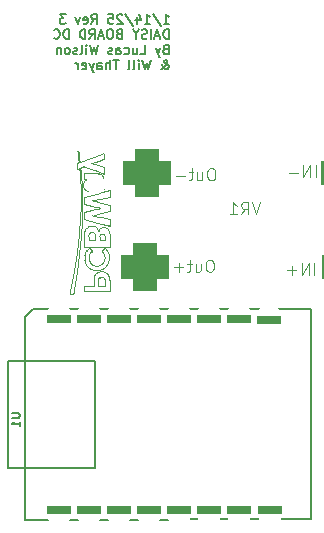
<source format=gbr>
%TF.GenerationSoftware,KiCad,Pcbnew,8.0.4*%
%TF.CreationDate,2025-04-14T17:42:23-04:00*%
%TF.ProjectId,Daisy_Board_Stepper,44616973-795f-4426-9f61-72645f537465,rev?*%
%TF.SameCoordinates,Original*%
%TF.FileFunction,Legend,Bot*%
%TF.FilePolarity,Positive*%
%FSLAX46Y46*%
G04 Gerber Fmt 4.6, Leading zero omitted, Abs format (unit mm)*
G04 Created by KiCad (PCBNEW 8.0.4) date 2025-04-14 17:42:23*
%MOMM*%
%LPD*%
G01*
G04 APERTURE LIST*
G04 Aperture macros list*
%AMRoundRect*
0 Rectangle with rounded corners*
0 $1 Rounding radius*
0 $2 $3 $4 $5 $6 $7 $8 $9 X,Y pos of 4 corners*
0 Add a 4 corners polygon primitive as box body*
4,1,4,$2,$3,$4,$5,$6,$7,$8,$9,$2,$3,0*
0 Add four circle primitives for the rounded corners*
1,1,$1+$1,$2,$3*
1,1,$1+$1,$4,$5*
1,1,$1+$1,$6,$7*
1,1,$1+$1,$8,$9*
0 Add four rect primitives between the rounded corners*
20,1,$1+$1,$2,$3,$4,$5,0*
20,1,$1+$1,$4,$5,$6,$7,0*
20,1,$1+$1,$6,$7,$8,$9,0*
20,1,$1+$1,$8,$9,$2,$3,0*%
%AMRotRect*
0 Rectangle, with rotation*
0 The origin of the aperture is its center*
0 $1 length*
0 $2 width*
0 $3 Rotation angle, in degrees counterclockwise*
0 Add horizontal line*
21,1,$1,$2,0,0,$3*%
G04 Aperture macros list end*
%ADD10C,0.100000*%
%ADD11C,0.175000*%
%ADD12C,0.150000*%
%ADD13C,0.127000*%
%ADD14C,1.400000*%
%ADD15R,3.500000X3.500000*%
%ADD16C,3.500000*%
%ADD17R,1.700000X1.700000*%
%ADD18O,1.700000X1.700000*%
%ADD19C,3.600000*%
%ADD20R,1.750000X1.750000*%
%ADD21C,1.750000*%
%ADD22RotRect,1.600000X1.600000X135.000000*%
%ADD23C,1.600000*%
%ADD24RoundRect,1.000000X1.000000X1.000000X-1.000000X1.000000X-1.000000X-1.000000X1.000000X-1.000000X0*%
%ADD25RoundRect,1.000000X-0.000010X0.375000X-0.000010X-0.375000X0.000010X-0.375000X0.000010X0.375000X0*%
G04 APERTURE END LIST*
D10*
X84408884Y-77613086D02*
X84408144Y-77543130D01*
X83740404Y-74119563D02*
X83464663Y-74062490D01*
X82320998Y-71079145D02*
G75*
G02*
X82358113Y-71021013I597802J-340755D01*
G01*
X81427992Y-80298806D02*
X81449861Y-80179650D01*
X82884544Y-69056389D02*
X81914386Y-69414148D01*
X82134917Y-69876039D02*
X82242271Y-69834944D01*
X84117678Y-76790800D02*
X84046665Y-76710954D01*
X81449861Y-80179650D02*
X81687586Y-78727408D01*
X82836688Y-78011278D02*
G75*
G02*
X82772066Y-77905884I528212J396378D01*
G01*
X82279077Y-80164410D02*
X82279077Y-80377770D01*
X81075113Y-80609752D02*
G75*
G02*
X81073591Y-80605071I3887J3852D01*
G01*
X81933120Y-70868010D02*
X81973568Y-71617178D01*
X83833289Y-75539225D02*
G75*
G02*
X83905960Y-75548839I911J-272575D01*
G01*
X83495796Y-79349118D02*
G75*
G02*
X83531911Y-79288777I285304J-129782D01*
G01*
X82344372Y-77345169D02*
X82338826Y-77399527D01*
X81749236Y-68706855D02*
X81781752Y-69099675D01*
X83774948Y-72001561D02*
X83361117Y-72106108D01*
X81787802Y-69460776D02*
X81765996Y-69469241D01*
X83460143Y-79694510D02*
X83465018Y-79524764D01*
X82284156Y-74285068D02*
X83361117Y-74557636D01*
X83033157Y-72689915D02*
X83221036Y-72648875D01*
X84430070Y-79499995D02*
X84422473Y-79360101D01*
X84440622Y-71834632D02*
G75*
G02*
X84450777Y-71833343I10678J-43468D01*
G01*
X84346259Y-72406241D02*
X84394897Y-72395556D01*
X83361117Y-74557636D02*
X83774959Y-74662147D01*
X82824235Y-75428063D02*
G75*
G02*
X82929316Y-75401791I127265J-285737D01*
G01*
X83221036Y-72648875D02*
X83432728Y-72602904D01*
X82653397Y-70970489D02*
G75*
G02*
X82670890Y-70944260I216303J-125311D01*
G01*
X83423887Y-73282421D02*
X83617779Y-73334192D01*
X83597933Y-70424344D02*
G75*
G02*
X83681890Y-70457908I-99533J-370756D01*
G01*
X83693823Y-70326180D02*
X83918439Y-70410259D01*
X82927654Y-71919596D02*
G75*
G02*
X82849033Y-71934299I-117454J410496D01*
G01*
X81372669Y-80550446D02*
G75*
G02*
X81364783Y-80554830I-10969J10446D01*
G01*
X83924738Y-70245389D02*
X83924997Y-70142508D01*
X82384307Y-75160363D02*
X82352230Y-75228067D01*
X81828575Y-75537069D02*
X81659439Y-77052332D01*
X82896702Y-70400650D02*
X82279077Y-70400650D01*
X83423920Y-73389722D02*
X83208293Y-73444964D01*
X81098842Y-80458434D02*
X81085116Y-80536363D01*
X81085116Y-80536363D02*
X81073617Y-80605075D01*
X84064465Y-75879430D02*
X84069665Y-76039450D01*
X83236611Y-78969614D02*
G75*
G02*
X83335051Y-78868467I464289J-353386D01*
G01*
X83593449Y-78746900D02*
G75*
G02*
X83692391Y-78733422I132151J-600200D01*
G01*
X84052356Y-78778198D02*
X84043849Y-78775052D01*
X83183301Y-75535823D02*
X83218877Y-75605564D01*
X83737970Y-75025046D02*
G75*
G02*
X83831517Y-74994003I180530J-387554D01*
G01*
X82594109Y-71102529D02*
G75*
G02*
X82601969Y-71073198I177591J-31871D01*
G01*
X84057324Y-75755142D02*
X84061610Y-75815350D01*
X83599877Y-75887431D02*
X83600685Y-75804178D01*
X83222428Y-75822507D02*
X83225978Y-76039450D01*
X84455606Y-75606512D02*
X84447685Y-75502158D01*
X82118615Y-73152598D02*
X82116225Y-72525783D01*
X84125498Y-74750167D02*
X84440602Y-74828986D01*
X83361930Y-70903570D02*
X83406857Y-70906537D01*
X83996245Y-77285071D02*
G75*
G02*
X84036368Y-77422915I-639245J-260829D01*
G01*
X84400446Y-77376903D02*
X84394979Y-77335775D01*
X83907217Y-68678209D02*
G75*
G02*
X83917420Y-68683301I2783J-7191D01*
G01*
X83205525Y-69425608D02*
X83521323Y-69325089D01*
X83501281Y-71769709D02*
G75*
G02*
X83506403Y-71747844I149519J-23491D01*
G01*
X83759730Y-79951049D02*
X83455609Y-79951049D01*
X83610016Y-71233417D02*
G75*
G02*
X83608169Y-71372795I-891816J-57883D01*
G01*
X83770346Y-76953572D02*
X83820818Y-77012212D01*
X82707737Y-77738673D02*
G75*
G02*
X82695493Y-77660427I513763J120473D01*
G01*
X84077019Y-79928648D02*
G75*
G02*
X84070611Y-79944264I-21619J-252D01*
G01*
X83502181Y-70408114D02*
G75*
G02*
X83597932Y-70424349I-37881J-513886D01*
G01*
X82919157Y-74876382D02*
X82690558Y-74876130D01*
X84202004Y-75041133D02*
G75*
G02*
X84273718Y-75093873I-157704J-289567D01*
G01*
X83807821Y-70557797D02*
G75*
G02*
X83842272Y-70604100I-436721J-360903D01*
G01*
X82107443Y-72132930D02*
X82087084Y-71661710D01*
X83525974Y-71685815D02*
X83514420Y-71721021D01*
X83977394Y-76737115D02*
X83935960Y-76778090D01*
X83595739Y-71458223D02*
G75*
G02*
X83573150Y-71548168I-940639J188423D01*
G01*
X83468442Y-75263271D02*
X83462818Y-75247687D01*
X81673718Y-70054945D02*
G75*
G02*
X81671924Y-70055203I-2118J8345D01*
G01*
X82694721Y-77640653D02*
X82691721Y-77563450D01*
X83731488Y-70488214D02*
G75*
G02*
X83772158Y-70520359I-206988J-303686D01*
G01*
X82906502Y-69522068D02*
X83205525Y-69425608D01*
X81740542Y-69478860D02*
X81674558Y-69503532D01*
X84077046Y-79928648D02*
X84077019Y-79928648D01*
X83599975Y-71124928D02*
G75*
G02*
X83608617Y-71194745I-590775J-108572D01*
G01*
X83464663Y-74062490D02*
X83231477Y-74013418D01*
X82952155Y-73509610D02*
X82284157Y-73677250D01*
X83539392Y-78239865D02*
G75*
G02*
X83450794Y-78253225I-111092J436265D01*
G01*
X82348294Y-77818618D02*
G75*
G02*
X82338585Y-77730635I467506J96118D01*
G01*
X83218877Y-75605564D02*
X83222428Y-75822507D01*
X84461957Y-74693380D02*
X84461098Y-74548823D01*
X82429573Y-70932697D02*
X82416305Y-70949111D01*
X83580656Y-79240085D02*
G75*
G02*
X83614651Y-79214664I160144J-178715D01*
G01*
X83936076Y-70827509D02*
G75*
G02*
X83963846Y-71047743I-1064476J-246091D01*
G01*
X81392281Y-80494030D02*
X81408632Y-80404533D01*
X84461631Y-75810258D02*
X84455606Y-75606512D01*
X83225243Y-73907787D02*
X83458499Y-73847764D01*
X83897910Y-70708273D02*
G75*
G02*
X83936083Y-70827507I-700610J-290027D01*
G01*
X83548147Y-79269945D02*
X83569873Y-79249100D01*
X83700223Y-75575396D02*
G75*
G02*
X83760527Y-75548549I109277J-164304D01*
G01*
X82335681Y-77578690D02*
X82336939Y-77700365D01*
X83970576Y-71310605D02*
X83971216Y-71233548D01*
X84458397Y-73048321D02*
X83747197Y-72879508D01*
X83161681Y-79094520D02*
G75*
G02*
X83236608Y-78969612I600319J-275180D01*
G01*
X84407964Y-77728620D02*
X84408737Y-77676162D01*
X84121183Y-78808916D02*
G75*
G02*
X84144977Y-78822189I-126083J-253984D01*
G01*
X82440354Y-70918589D02*
X82429573Y-70932697D01*
X84013431Y-77808473D02*
G75*
G02*
X83981087Y-77883491I-740231J274673D01*
G01*
X83694894Y-71802730D02*
X83893734Y-71802730D01*
X83462818Y-75247687D02*
X83457334Y-75229156D01*
X83050094Y-70941670D02*
X83048882Y-70960472D01*
X83514420Y-71721021D02*
X83506403Y-71747844D01*
X82338580Y-77730635D02*
X82340498Y-77766010D01*
X82279077Y-80377770D02*
X83356037Y-80377770D01*
X83609708Y-75716237D02*
G75*
G02*
X83620228Y-75681025I265892J-60263D01*
G01*
X83922867Y-70409485D02*
X83923937Y-70331996D01*
X83416943Y-69704572D02*
X83221832Y-69639014D01*
X83677231Y-78188693D02*
G75*
G02*
X83539393Y-78239867I-309231J621693D01*
G01*
X83151767Y-70122710D02*
X83445743Y-70233178D01*
X83531908Y-79288775D02*
G75*
G02*
X83548150Y-79269948I164992J-125925D01*
G01*
X84260873Y-78920604D02*
G75*
G02*
X84315071Y-78982186I-663973J-638996D01*
G01*
X82116225Y-72525783D02*
X82107443Y-72132930D01*
X81743409Y-68606378D02*
X81749236Y-68706855D01*
X83096147Y-71827754D02*
G75*
G02*
X83015838Y-71883317I-307447J358554D01*
G01*
X82707521Y-76710010D02*
G75*
G02*
X82714254Y-76712583I79J-9890D01*
G01*
X82849034Y-71934306D02*
G75*
G02*
X82749670Y-71938446I-91534J1002306D01*
G01*
X82284157Y-72682076D02*
X82284157Y-72985388D01*
X83922867Y-70409485D02*
G75*
G02*
X83921387Y-70410790I-1567J285D01*
G01*
X81408632Y-80404533D02*
X81427992Y-80298806D01*
X82349105Y-77822039D02*
X82363497Y-77882765D01*
X82270531Y-75797588D02*
X82268918Y-76111647D01*
X81081923Y-80611989D02*
G75*
G02*
X81075128Y-80609738I-1223J7689D01*
G01*
X81959031Y-69944339D02*
X82134917Y-69876039D01*
X82749670Y-71938442D02*
G75*
G02*
X82651316Y-71932793I7930J997042D01*
G01*
X83969182Y-75577539D02*
G75*
G02*
X84017631Y-75622905I-109282J-165261D01*
G01*
X84463477Y-72380221D02*
X84463477Y-72106716D01*
X83772159Y-70520358D02*
G75*
G02*
X83807823Y-70557796I-247359J-271342D01*
G01*
X82289356Y-71141693D02*
G75*
G02*
X82320998Y-71079145I648744J-288907D01*
G01*
X83501281Y-71769709D02*
X83496054Y-71802730D01*
X84067722Y-79557511D02*
X84074038Y-79692098D01*
X83480250Y-75275651D02*
G75*
G02*
X83476738Y-75277469I-3650J2751D01*
G01*
X83089226Y-79951049D02*
X82684152Y-79951050D01*
X82904448Y-69527747D02*
G75*
G02*
X82906512Y-69522102I3152J2047D01*
G01*
X83033132Y-72708749D02*
G75*
G02*
X83020799Y-72704958I24468J101549D01*
G01*
X83834772Y-76039450D02*
X83599876Y-76039450D01*
X83015841Y-71883322D02*
G75*
G02*
X82927657Y-71919607I-206441J376422D01*
G01*
X83521323Y-69325089D02*
X83861497Y-69219271D01*
X83335048Y-78868464D02*
G75*
G02*
X83455014Y-78793772I367352J-456336D01*
G01*
X83737519Y-79184346D02*
G75*
G02*
X83834885Y-79187438I24081J-776354D01*
G01*
X84014946Y-79310322D02*
G75*
G02*
X84041356Y-79367202I-205046J-129778D01*
G01*
X83221078Y-78242701D02*
G75*
G02*
X83134199Y-78221294I63322J444001D01*
G01*
X82694721Y-77640653D02*
G75*
G02*
X82704085Y-77414020I933179J74953D01*
G01*
X83903739Y-71764630D02*
X83918453Y-71700611D01*
X83569329Y-75147405D02*
G75*
G02*
X83647547Y-75078244I397371J-370595D01*
G01*
X82787077Y-71421411D02*
G75*
G02*
X82698029Y-71407656I-1377J286211D01*
G01*
X82107282Y-74170010D02*
X82116133Y-73779151D01*
X84013297Y-76703233D02*
X83977394Y-76737115D01*
X82300524Y-71694837D02*
G75*
G02*
X82252228Y-71584292I432176J254637D01*
G01*
X82687515Y-76719031D02*
X82687540Y-76719052D01*
X84457881Y-74824450D02*
X84460616Y-74772785D01*
X83692391Y-78733416D02*
G75*
G02*
X83810862Y-78732848I65009J-1203084D01*
G01*
X83045438Y-70994864D02*
X83040949Y-71035031D01*
X83935960Y-76778090D02*
X83889366Y-76826712D01*
X82233537Y-71398762D02*
G75*
G02*
X82242535Y-71294970I912663J-26838D01*
G01*
X83968603Y-71378563D02*
X83970576Y-71310605D01*
X82704082Y-77414019D02*
G75*
G02*
X82740379Y-77284771I598218J-98281D01*
G01*
X81379262Y-80541668D02*
G75*
G02*
X81372667Y-80550445I-44762J26768D01*
G01*
X84432910Y-79907870D02*
X84430070Y-79499995D01*
X81659439Y-77052332D02*
X81424345Y-78644844D01*
X84188286Y-76877410D02*
G75*
G02*
X84282446Y-77025165I-791986J-608590D01*
G01*
X84338356Y-75169898D02*
G75*
G02*
X84390948Y-75262468I-479956J-333902D01*
G01*
X83831517Y-74994003D02*
G75*
G02*
X83926853Y-74982691I112483J-540597D01*
G01*
X84394296Y-79149451D02*
G75*
G02*
X84422469Y-79360101I-865396J-222949D01*
G01*
X82087084Y-71661710D02*
X82061610Y-71210262D01*
X83040949Y-71035031D02*
X83037555Y-71062550D01*
X83965292Y-71421730D02*
X83968603Y-71378563D01*
X82968883Y-76956203D02*
X82843337Y-76833106D01*
X81806793Y-69453252D02*
X81787802Y-69460776D01*
X84021899Y-76699850D02*
G75*
G02*
X84046666Y-76710953I101J-32950D01*
G01*
X84384549Y-77288754D02*
G75*
G02*
X84400441Y-77376903I-502749J-136146D01*
G01*
X84463794Y-73596035D02*
X84461096Y-73322178D01*
X83760524Y-75548538D02*
G75*
G02*
X83833289Y-75539222I73976J-288962D01*
G01*
X82276376Y-75601488D02*
X82270531Y-75797588D01*
X83458499Y-73847764D02*
X83736822Y-73777662D01*
X82740376Y-77284770D02*
G75*
G02*
X82806574Y-77160270I631324J-255830D01*
G01*
X82910019Y-77024597D02*
X82968883Y-76956203D01*
X83017060Y-73962128D02*
X83225243Y-73907787D01*
X84034514Y-77737026D02*
G75*
G02*
X84013433Y-77808474I-530614J117726D01*
G01*
X82855459Y-70011315D02*
X83151767Y-70122710D01*
X81829917Y-69995304D02*
X81855992Y-69986119D01*
X84121183Y-78808916D02*
X84088263Y-78793391D01*
X83602252Y-75777612D02*
G75*
G02*
X83609714Y-75716238I304548J-5888D01*
G01*
X83573152Y-71548169D02*
X83538671Y-71650330D01*
X84461096Y-73322178D02*
X84458397Y-73048321D01*
X81700478Y-70044769D02*
X81730327Y-70033292D01*
X81846733Y-68942690D02*
X81828276Y-68784787D01*
X82116133Y-73779151D02*
X82118615Y-73152598D01*
X84408737Y-77676162D02*
X84408884Y-77613086D01*
X82360357Y-70908650D02*
X82391522Y-70909086D01*
X83620123Y-73336890D02*
G75*
G02*
X83618127Y-73339426I-2723J90D01*
G01*
X82252232Y-71584291D02*
G75*
G02*
X82236434Y-71501463I393068J117891D01*
G01*
X83929299Y-79221083D02*
G75*
G02*
X83973601Y-79258645I-205699J-287517D01*
G01*
X83231477Y-74013418D02*
X83022203Y-73968895D01*
X83455609Y-79951049D02*
X83460143Y-79694510D01*
X83861497Y-69219271D02*
X83924997Y-69199722D01*
X81987859Y-72364181D02*
X81976186Y-73157650D01*
X83339357Y-70401773D02*
X82896702Y-70400650D01*
X83010597Y-72699197D02*
G75*
G02*
X83012074Y-72696948I2303J97D01*
G01*
X82291648Y-69819051D02*
G75*
G02*
X82320557Y-69815888I25452J-98949D01*
G01*
X82416305Y-70949111D02*
X82400554Y-70967445D01*
X81765996Y-69469241D02*
X81740542Y-69478860D01*
X84457881Y-74824450D02*
G75*
G02*
X84450938Y-74830276I-6881J1150D01*
G01*
X82794472Y-76785923D02*
X82751652Y-76746170D01*
X82687515Y-76719031D02*
X82625347Y-76790026D01*
X83164409Y-74886720D02*
G75*
G02*
X83205434Y-74899697I-67009J-283180D01*
G01*
X82320557Y-69815880D02*
G75*
G02*
X82348974Y-69821440I-3057J-91020D01*
G01*
X81880233Y-69232132D02*
X81846733Y-68942690D01*
X84076735Y-79817066D02*
X84077046Y-79928648D01*
X83465018Y-79524764D02*
G75*
G02*
X83475742Y-79413724I708982J-12436D01*
G01*
X84323469Y-77110907D02*
X84285427Y-77030360D01*
X81765236Y-70019666D02*
X81800129Y-70006221D01*
X83094562Y-79643710D02*
X83089226Y-79951049D01*
X81687586Y-78727408D02*
X81881101Y-77198311D01*
X84426884Y-75364466D02*
G75*
G02*
X84447681Y-75502158I-662184J-170434D01*
G01*
X83056825Y-69582654D02*
X82909459Y-69531759D01*
X82575441Y-74944691D02*
X82514541Y-74996890D01*
X81673718Y-70054945D02*
X81700478Y-70044769D01*
X81670759Y-69974182D02*
X81670795Y-70054110D01*
X83205435Y-74899695D02*
G75*
G02*
X83281795Y-74946516I-98735J-246705D01*
G01*
X82391522Y-70909086D02*
X82417761Y-70910430D01*
X81855992Y-69986119D02*
G75*
G02*
X81858288Y-69986645I708J-2181D01*
G01*
X84017619Y-75622914D02*
G75*
G02*
X84047458Y-75681032I-149519J-113486D01*
G01*
X84440622Y-71834632D02*
X84125451Y-71913510D01*
X82843337Y-76833106D02*
X82794472Y-76785923D01*
X82377020Y-69831716D02*
X82599764Y-69915292D01*
X83937422Y-71599989D02*
X83954932Y-71497080D01*
X83925703Y-77151196D02*
G75*
G02*
X83996250Y-77285069I-649903J-428004D01*
G01*
X83502181Y-70408114D02*
X83339357Y-70401773D01*
X82590278Y-71147213D02*
G75*
G02*
X82594114Y-71102530I245722J1413D01*
G01*
X82344372Y-77345169D02*
G75*
G02*
X82353858Y-77294210I580128J-81631D01*
G01*
X82885973Y-71401176D02*
G75*
G02*
X82787077Y-71421413I-100073J237276D01*
G01*
X84074038Y-79692098D02*
X84076735Y-79817066D01*
X84156947Y-72447071D02*
X84346259Y-72406241D01*
X84072331Y-78786650D02*
X84052356Y-78778198D01*
X83918453Y-71700611D02*
X83937422Y-71599989D01*
X84273727Y-75093864D02*
G75*
G02*
X84338359Y-75169896I-359327J-370936D01*
G01*
X83834885Y-79187438D02*
G75*
G02*
X83886492Y-79198784I-20585J-216662D01*
G01*
X83970236Y-71157570D02*
X83963850Y-71047743D01*
X82456036Y-77028276D02*
G75*
G02*
X82548539Y-76886852I973864J-536024D01*
G01*
X82373842Y-71790805D02*
G75*
G02*
X82300533Y-71694832I360958J351705D01*
G01*
X82268918Y-76111647D02*
X82268918Y-76588090D01*
X84036372Y-77422914D02*
G75*
G02*
X84049944Y-77573610I-835272J-151186D01*
G01*
X81792951Y-68507667D02*
G75*
G02*
X81796807Y-68529016I-196051J-46433D01*
G01*
X83647545Y-75078241D02*
G75*
G02*
X83737970Y-75025045I321155J-442459D01*
G01*
X82284157Y-72378764D02*
X82284157Y-72682076D01*
X83500456Y-75245605D02*
X83489700Y-75262275D01*
X82874643Y-70908650D02*
X83051237Y-70908650D01*
X83037555Y-71062550D02*
G75*
G02*
X83004190Y-71242572I-1398255J166050D01*
G01*
X82698026Y-71407665D02*
G75*
G02*
X82636852Y-71366709I40974J127365D01*
G01*
X81746930Y-68553886D02*
G75*
G02*
X81761790Y-68514594I108070J-18414D01*
G01*
X83016412Y-78167869D02*
G75*
G02*
X82917606Y-78098321I286488J511969D01*
G01*
X83681158Y-72549398D02*
X83933319Y-72495217D01*
X81671924Y-70055210D02*
G75*
G02*
X81670793Y-70054110I76J1210D01*
G01*
X81424345Y-78644844D02*
X81116085Y-80366837D01*
X83923937Y-70331996D02*
X83924738Y-70245389D01*
X83012014Y-72701367D02*
G75*
G02*
X83010619Y-72699197I986J2167D01*
G01*
X83406857Y-70906537D02*
G75*
G02*
X83456302Y-70915688I-14157J-214663D01*
G01*
X84405745Y-77449930D02*
X84401650Y-77385957D01*
X81308469Y-80568369D02*
X81364779Y-80554813D01*
X83600685Y-75804178D02*
X83602252Y-75777612D01*
X84463390Y-76123270D02*
X84461631Y-75810258D01*
X83134197Y-78221299D02*
G75*
G02*
X83016412Y-78167869I258003J725299D01*
G01*
X83016155Y-72695383D02*
G75*
G02*
X83033158Y-72689917I36645J-84817D01*
G01*
X82665158Y-76039450D02*
X82665674Y-75935310D01*
X83774959Y-74662147D02*
X84125498Y-74750167D01*
X83022203Y-73968895D02*
G75*
G02*
X83016125Y-73965594I2797J12395D01*
G01*
X83295226Y-71444542D02*
X83321809Y-71291462D01*
X84432997Y-80377770D02*
X84432910Y-79907870D01*
X83889366Y-76826712D02*
X83770346Y-76953572D01*
X83561480Y-71010274D02*
G75*
G02*
X83584764Y-71065972I-372480J-188426D01*
G01*
X82748725Y-77853291D02*
G75*
G02*
X82707728Y-77738675I484075J237791D01*
G01*
X84461098Y-74548823D02*
X84458397Y-74267236D01*
X82929316Y-75401796D02*
G75*
G02*
X83016575Y-75404259I31284J-438604D01*
G01*
X83599876Y-76039450D02*
X83599877Y-75887431D01*
X82684152Y-79951050D02*
X82279077Y-79951050D01*
X82287394Y-75464552D02*
G75*
G02*
X82306073Y-75358728I842506J-94148D01*
G01*
X82720374Y-78427573D02*
G75*
G02*
X82564728Y-78274776I626226J793573D01*
G01*
X83614654Y-79214668D02*
G75*
G02*
X83646363Y-79197206I189246J-306132D01*
G01*
X81938253Y-74048090D02*
X81828575Y-75537069D01*
X84041357Y-79367202D02*
G75*
G02*
X84057588Y-79442800I-394757J-124298D01*
G01*
X82651316Y-71932795D02*
G75*
G02*
X82576274Y-71916832I40084J372795D01*
G01*
X83924997Y-68935499D02*
X83924595Y-68772254D01*
X82414954Y-75108626D02*
G75*
G02*
X82484569Y-75027213I393346J-265874D01*
G01*
X82671292Y-75772079D02*
X82673451Y-75739420D01*
X84356444Y-77196891D02*
X84323469Y-77110907D01*
X83432728Y-72602904D02*
X83681158Y-72549398D01*
X83356037Y-80377770D02*
X84432997Y-80377770D01*
X82690558Y-74876130D02*
X82628108Y-74910005D01*
X83020800Y-72704954D02*
X83012014Y-72701367D01*
X83917435Y-68683297D02*
G75*
G02*
X83922682Y-68720507I-134235J-37903D01*
G01*
X81914492Y-70622100D02*
X81933120Y-70868010D01*
X83976505Y-79949060D02*
X83876808Y-79950562D01*
X83489700Y-75262275D02*
X83480250Y-75275651D01*
X83620226Y-75681024D02*
G75*
G02*
X83653427Y-75619920I234374J-87776D01*
G01*
X81792810Y-69234046D02*
X81801759Y-69347539D01*
X83973598Y-79258648D02*
G75*
G02*
X84014952Y-79310318I-210998J-211252D01*
G01*
X81730327Y-70033292D02*
X81765236Y-70019666D01*
X83225978Y-76039450D02*
X82665158Y-76039450D01*
X83810862Y-78732850D02*
G75*
G02*
X83927130Y-78743771I-52362J-1181850D01*
G01*
X82589602Y-71188040D02*
X82590278Y-71147213D01*
X83416922Y-75123554D02*
G75*
G02*
X83457336Y-75229156I-503822J-253346D01*
G01*
X82467663Y-71866352D02*
G75*
G02*
X82373840Y-71790807I264837J424952D01*
G01*
X82263255Y-71208468D02*
G75*
G02*
X82289360Y-71141695I733145J-248132D01*
G01*
X84408144Y-77543130D02*
X84405745Y-77449930D01*
X83473445Y-72814375D02*
X83240435Y-72758593D01*
X82616374Y-71038347D02*
X82628783Y-71013413D01*
X84043849Y-78775052D02*
X84018792Y-78765785D01*
X83926853Y-74982695D02*
G75*
G02*
X84025940Y-74987425I19647J-628705D01*
G01*
X83366197Y-76588090D02*
X84463477Y-76588090D01*
X83496054Y-71802730D02*
X83694894Y-71802730D01*
X82576276Y-71916826D02*
G75*
G02*
X82467668Y-71866344I150624J466126D01*
G01*
X82668487Y-75830041D02*
X82671292Y-75772079D01*
X83051237Y-70908650D02*
X83050094Y-70941670D01*
X83812514Y-68714136D02*
X82884544Y-69056389D01*
X83344349Y-71091530D02*
X83361930Y-70903570D01*
X83361117Y-72106108D02*
X82284157Y-72378764D01*
X83924595Y-68772254D02*
X83922682Y-68720507D01*
X82917608Y-78098318D02*
G75*
G02*
X82836689Y-78011277I371192J426218D01*
G01*
X83084474Y-75425749D02*
G75*
G02*
X83138359Y-75468758I-86274J-163351D01*
G01*
X83016129Y-73965590D02*
G75*
G02*
X83017059Y-73962124I1371J1490D01*
G01*
X81384737Y-80530060D02*
G75*
G02*
X81379266Y-80541670I-63137J22660D01*
G01*
X82236430Y-71501463D02*
G75*
G02*
X82233536Y-71398762I893170J76563D01*
G01*
X82279077Y-70400650D02*
X82279077Y-70654650D01*
X82417761Y-70910430D02*
X82439124Y-70912251D01*
X83954932Y-71497080D02*
X83965292Y-71421730D01*
X83842271Y-70604101D02*
G75*
G02*
X83897904Y-70708275I-500071J-333999D01*
G01*
X81387894Y-80518598D02*
G75*
G02*
X81384741Y-80530061I-78394J15398D01*
G01*
X83618142Y-73339479D02*
X83423920Y-73389722D01*
X81081923Y-80611989D02*
X81201506Y-80589405D01*
X84154797Y-78289271D02*
G75*
G02*
X83941877Y-78477054I-753597J639871D01*
G01*
X82564720Y-78274783D02*
G75*
G02*
X82443309Y-78089622I807980J662183D01*
G01*
X84384549Y-77288754D02*
X84356444Y-77196891D01*
X84070624Y-79944277D02*
G75*
G02*
X84064192Y-79947023I-6524J6377D01*
G01*
X82061610Y-71210262D02*
X82029928Y-70761148D01*
X81881101Y-77198311D02*
X82023403Y-75657502D01*
X83081563Y-78601096D02*
G75*
G02*
X82901336Y-78538836I213837J910996D01*
G01*
X83498436Y-70935795D02*
G75*
G02*
X83533348Y-70967349I-90936J-135705D01*
G01*
X82643588Y-70986694D02*
X82653397Y-70970489D01*
X83208293Y-73444964D02*
X82952155Y-73509610D01*
X81990921Y-70296954D02*
X81959031Y-69944339D01*
X82670889Y-70944259D02*
X82698049Y-70908650D01*
X83450794Y-78253224D02*
G75*
G02*
X83335667Y-78253467I-60094J1200624D01*
G01*
X82242540Y-71294971D02*
G75*
G02*
X82263255Y-71208468I482160J-69729D01*
G01*
X81976186Y-73157650D02*
X81938253Y-74048090D01*
X84406154Y-77746330D02*
G75*
G02*
X84312467Y-78040888I-1273054J242730D01*
G01*
X84450777Y-71833331D02*
G75*
G02*
X84457657Y-71839686I123J-6769D01*
G01*
X83016575Y-75404261D02*
G75*
G02*
X83084477Y-75425744I-25275J-197939D01*
G01*
X84282450Y-77025163D02*
X84242108Y-76954732D01*
X83335667Y-78253462D02*
G75*
G02*
X83221078Y-78242702I54933J1200562D01*
G01*
X81201506Y-80589405D02*
X81308469Y-80568369D01*
X84046154Y-77661403D02*
G75*
G02*
X84034517Y-77737027I-578454J50303D01*
G01*
X82441637Y-70914711D02*
G75*
G02*
X82440354Y-70918589I-6537J11D01*
G01*
X84057595Y-79442799D02*
X84067722Y-79557511D01*
X83058561Y-74877146D02*
X82919157Y-74876382D01*
X83475740Y-79413724D02*
G75*
G02*
X83495796Y-79349118I264760J-46776D01*
G01*
X83286174Y-78632145D02*
G75*
G02*
X83081565Y-78601089I91326J1291245D01*
G01*
X84144978Y-78822188D02*
G75*
G02*
X84200291Y-78863042I-229878J-369112D01*
G01*
X82029928Y-70761148D02*
X81990921Y-70296954D01*
X82379557Y-77203022D02*
G75*
G02*
X82413649Y-77114282I984943J-327478D01*
G01*
X82909459Y-69531759D02*
G75*
G02*
X82904430Y-69527758I2941J8859D01*
G01*
X81914386Y-69414148D02*
G75*
G02*
X81908870Y-69415123I-5486J14948D01*
G01*
X83747197Y-72879508D02*
X83473445Y-72814375D01*
X82358108Y-71021009D02*
G75*
G02*
X82400555Y-70967446I539692J-384091D01*
G01*
X83100867Y-79420120D02*
X83094562Y-79643710D01*
X83455013Y-78793770D02*
G75*
G02*
X83593450Y-78746903I282387J-606230D01*
G01*
X83130978Y-79181018D02*
G75*
G02*
X83161675Y-79094517I500122J-128782D01*
G01*
X82348978Y-69821430D02*
X82377020Y-69831716D01*
X82673451Y-75739420D02*
G75*
G02*
X82698692Y-75584314I739149J-40680D01*
G01*
X83941886Y-78477068D02*
G75*
G02*
X83686319Y-78594393I-520586J796968D01*
G01*
X83533346Y-70967350D02*
G75*
G02*
X83561476Y-71010276I-178646J-147750D01*
G01*
X83905958Y-75548848D02*
G75*
G02*
X83969180Y-75577542I-57758J-211252D01*
G01*
X84120431Y-75007294D02*
G75*
G02*
X84202001Y-75041139I-119531J-403306D01*
G01*
X84200296Y-78863036D02*
G75*
G02*
X84260873Y-78920604I-614196J-706964D01*
G01*
X81908870Y-69415129D02*
G75*
G02*
X81903198Y-69410176I-170J5529D01*
G01*
X82338826Y-77399527D02*
X82336136Y-77470493D01*
X83004185Y-71242571D02*
G75*
G02*
X82956347Y-71345123I-293485J74471D01*
G01*
X83608169Y-71372795D02*
G75*
G02*
X83595734Y-71458222I-810769J74395D01*
G01*
X83927129Y-78743775D02*
G75*
G02*
X84043853Y-78775043I-72629J-504625D01*
G01*
X84069665Y-76039450D02*
X83834772Y-76039450D01*
X83799991Y-78109970D02*
G75*
G02*
X83677231Y-78188694I-422891J524370D01*
G01*
X83610016Y-71233417D02*
X83611868Y-71284570D01*
X82665674Y-75935310D02*
X82666469Y-75887639D01*
X82279077Y-79951050D02*
X82279077Y-80164410D01*
X81792951Y-68507667D02*
X81785323Y-68476481D01*
X84315070Y-78982187D02*
G75*
G02*
X84349965Y-79035164I-260570J-209613D01*
G01*
X83122110Y-74880042D02*
G75*
G02*
X83164408Y-74886724I-23010J-282858D01*
G01*
X83445743Y-70233178D02*
X83693823Y-70326180D01*
X82268918Y-76588090D02*
X83366197Y-76588090D01*
X81671854Y-69779371D02*
X81671016Y-69885142D01*
X81387894Y-80518598D02*
X81392281Y-80494030D01*
X81903179Y-69410178D02*
X81894081Y-69343861D01*
X82806564Y-77160263D02*
G75*
G02*
X82910020Y-77024598I1196736J-805337D01*
G01*
X81828276Y-68784787D02*
X81811545Y-68646885D01*
X83653421Y-75619915D02*
G75*
G02*
X83700229Y-75575405I150579J-111485D01*
G01*
X82279077Y-70654650D02*
X82279077Y-70908650D01*
X83981085Y-77883490D02*
G75*
G02*
X83902647Y-78006822I-610385J301590D01*
G01*
X83208256Y-73225381D02*
X83423887Y-73282421D01*
X84450938Y-74830307D02*
G75*
G02*
X84440605Y-74828976I262J42807D01*
G01*
X82353856Y-77294210D02*
G75*
G02*
X82379556Y-77203022I1000944J-232890D01*
G01*
X81116085Y-80366837D02*
X81098842Y-80458434D01*
X83584764Y-71065972D02*
G75*
G02*
X83599970Y-71124929I-407464J-136528D01*
G01*
X83702707Y-79184888D02*
X83737519Y-79184346D01*
X83219666Y-71669092D02*
G75*
G02*
X83165096Y-71755305I-478966J242792D01*
G01*
X84458397Y-74267236D02*
X83740404Y-74119563D01*
X81808770Y-69451944D02*
G75*
G02*
X81806798Y-69453265I-3870J3644D01*
G01*
X83671493Y-79188606D02*
G75*
G02*
X83702707Y-79184883I36807J-175894D01*
G01*
X81973568Y-71617178D02*
X81987859Y-72364181D01*
X82413646Y-77114281D02*
G75*
G02*
X82456036Y-77028276I970954J-425119D01*
G01*
X84049941Y-77573610D02*
G75*
G02*
X84046154Y-77661403I-1003441J-690D01*
G01*
X82636829Y-71366728D02*
G75*
G02*
X82601370Y-71294953I126271J107028D01*
G01*
X82687540Y-76719052D02*
G75*
G02*
X82707521Y-76710030I19860J-17348D01*
G01*
X82284157Y-72985388D02*
X82952125Y-73158599D01*
X83921388Y-70410809D02*
G75*
G02*
X83918442Y-70410252I-88J7609D01*
G01*
X82548537Y-76886850D02*
X82506576Y-76945271D01*
X83240435Y-72758593D02*
X83033132Y-72708749D01*
X83355399Y-75025282D02*
G75*
G02*
X83416916Y-75123557I-493999J-377618D01*
G01*
X82666469Y-75887639D02*
X82668487Y-75830041D01*
X82284157Y-73677250D02*
X82284156Y-73981159D01*
X83048882Y-70960472D02*
X83045438Y-70994864D01*
X83646361Y-79197202D02*
G75*
G02*
X83671493Y-79188607I47139J-96798D01*
G01*
X81811545Y-68646885D02*
X81796802Y-68529017D01*
X83893734Y-71802730D02*
X83903739Y-71764630D01*
X83681889Y-70457909D02*
G75*
G02*
X83731487Y-70488216I-277389J-509691D01*
G01*
X84462935Y-71968411D02*
X84460820Y-71890452D01*
X83321809Y-71291462D02*
X83344349Y-71091530D01*
X82336136Y-77470493D02*
X82335681Y-77578690D01*
X82384307Y-75160363D02*
G75*
G02*
X82414956Y-75108627I446793J-229737D01*
G01*
X84390949Y-75262467D02*
G75*
G02*
X84426888Y-75364465I-567349J-257233D01*
G01*
X83736822Y-73777662D02*
X84463794Y-73596035D01*
X83122110Y-74880042D02*
X83058561Y-74877146D01*
X82352230Y-75228067D02*
X82337994Y-75263839D01*
X84312468Y-78040888D02*
G75*
G02*
X84154795Y-78289270I-971368J442388D01*
G01*
X82747818Y-75487339D02*
G75*
G02*
X82824225Y-75428040I159282J-126361D01*
G01*
X83138356Y-75468761D02*
G75*
G02*
X83183301Y-75535823I-257756J-221339D01*
G01*
X83820818Y-77012212D02*
G75*
G02*
X83925703Y-77151196I-1027918J-884788D01*
G01*
X83580656Y-79240085D02*
X83593236Y-79229571D01*
X81674558Y-69503532D02*
X81671854Y-69779371D01*
X83221832Y-69639014D02*
X83056825Y-69582654D01*
X83476737Y-75277440D02*
G75*
G02*
X83473725Y-75275483I-37J3240D01*
G01*
X83902642Y-78006818D02*
G75*
G02*
X83799994Y-78109974I-523342J418118D01*
G01*
X84394897Y-72395556D02*
X84463477Y-72380221D01*
X84463477Y-72106716D02*
X84462935Y-71968411D01*
X83924997Y-69199722D02*
X83924997Y-68935499D01*
X83686316Y-78594382D02*
G75*
G02*
X83494613Y-78630308I-280416J966882D01*
G01*
X83262188Y-71566454D02*
G75*
G02*
X83219662Y-71669090I-692388J226754D01*
G01*
X83896330Y-79202613D02*
G75*
G02*
X83929306Y-79221074I-66230J-156987D01*
G01*
X82956340Y-71345118D02*
G75*
G02*
X82885976Y-71401183I-135140J97418D01*
G01*
X84125451Y-71913510D02*
X83774948Y-72001561D01*
X82698688Y-75584313D02*
G75*
G02*
X82747825Y-75487345I262112J-71887D01*
G01*
X83617779Y-73334192D02*
G75*
G02*
X83620134Y-73336890I-379J-2708D01*
G01*
X83456304Y-70915682D02*
G75*
G02*
X83498437Y-70935794I-47604J-153918D01*
G01*
X82439124Y-70912251D02*
G75*
G02*
X82441650Y-70914711I76J-2449D01*
G01*
X83112064Y-79281008D02*
G75*
G02*
X83130979Y-79181018I774836J-94792D01*
G01*
X82599764Y-69915292D02*
X82855459Y-70011315D01*
X82772059Y-77905888D02*
X82748725Y-77853291D01*
X82901331Y-78538847D02*
G75*
G02*
X82720377Y-78427569I383469J826347D01*
G01*
X83971216Y-71233548D02*
X83970236Y-71157570D01*
X81671016Y-69885142D02*
X81670759Y-69974182D01*
X82284156Y-73981159D02*
X82284156Y-74285068D01*
X84047457Y-75681032D02*
G75*
G02*
X84052369Y-75704714I-122557J-37768D01*
G01*
X82625347Y-76790026D02*
X82561466Y-76868850D01*
X84013297Y-76703233D02*
G75*
G02*
X84021899Y-76699882I8603J-9367D01*
G01*
X83518793Y-75214243D02*
X83500456Y-75245605D01*
X81781752Y-69099675D02*
X81792810Y-69234046D01*
X83924997Y-70142508D02*
X83924997Y-69874207D01*
X81861872Y-69994365D02*
X81889507Y-70319357D01*
X82698049Y-70908650D02*
X82874643Y-70908650D01*
X82575441Y-74944691D02*
G75*
G02*
X82628106Y-74910001I228459J-289509D01*
G01*
X81889507Y-70319357D02*
X81914492Y-70622100D01*
X83112064Y-79281008D02*
X83100867Y-79420120D01*
X81800129Y-70006221D02*
X81829917Y-69995304D01*
X82279077Y-70908650D02*
X82360357Y-70908650D01*
X84407964Y-77728620D02*
G75*
G02*
X84406148Y-77746329I-103064J1620D01*
G01*
X82001865Y-76039450D02*
X82107282Y-74170010D01*
X81809586Y-69449742D02*
G75*
G02*
X81808777Y-69451950I-2986J-158D01*
G01*
X83295226Y-71444542D02*
G75*
G02*
X83262192Y-71566455I-1192326J257642D01*
G01*
X82514541Y-74996890D02*
X82484578Y-75027222D01*
X84460820Y-71890452D02*
X84457644Y-71839687D01*
X82601387Y-71294949D02*
G75*
G02*
X82589599Y-71188040I499213J109149D01*
G01*
X84025940Y-74987424D02*
G75*
G02*
X84120432Y-75007291I-75740J-594876D01*
G01*
X83165097Y-71755306D02*
G75*
G02*
X83096139Y-71827745I-392297J304406D01*
G01*
X81785323Y-68476481D02*
X81761774Y-68514584D01*
X83281784Y-74946529D02*
G75*
G02*
X83355400Y-75025281I-360284J-410571D01*
G01*
X83933319Y-72495217D02*
X84156947Y-72447071D01*
X84460616Y-74772785D02*
X84461957Y-74693380D01*
X82242271Y-69834944D02*
G75*
G02*
X82291649Y-69819054I157529J-404856D01*
G01*
X82287394Y-75464552D02*
X82276376Y-75601488D01*
X83876808Y-79950562D02*
X83759730Y-79951049D01*
X81894081Y-69343861D02*
X81880233Y-69232132D01*
X82751652Y-76746170D02*
X82714271Y-76712564D01*
X83473708Y-75275490D02*
X83468442Y-75263271D01*
X83494612Y-78630299D02*
G75*
G02*
X83286174Y-78632146I-115812J1307499D01*
G01*
X84188286Y-76877410D02*
X84117678Y-76790800D01*
X84061610Y-75815350D02*
X84064465Y-75879430D01*
X84052360Y-75704715D02*
X84057324Y-75755142D01*
X83012096Y-72697006D02*
X83020757Y-72693542D01*
X82306079Y-75358730D02*
G75*
G02*
X82337986Y-75263836I564121J-136870D01*
G01*
X82443308Y-78089623D02*
G75*
G02*
X82349103Y-77822039I933792J479123D01*
G01*
X81743409Y-68606378D02*
G75*
G02*
X81746936Y-68553887I257291J9078D01*
G01*
X84064192Y-79947038D02*
X83976505Y-79949060D01*
X81858287Y-69986646D02*
G75*
G02*
X81861851Y-69994366I-8387J-8554D01*
G01*
X82601973Y-71073200D02*
G75*
G02*
X82616375Y-71038348I396627J-143500D01*
G01*
X81801759Y-69347539D02*
X81809586Y-69449742D01*
X84349963Y-79035165D02*
G75*
G02*
X84394296Y-79149451I-461163J-244635D01*
G01*
X83924997Y-69874207D02*
X83416943Y-69704572D01*
X82628783Y-71013413D02*
X82643588Y-70986694D01*
X83538671Y-71650330D02*
X83525974Y-71685815D01*
X82952125Y-73158599D02*
X83208256Y-73225381D01*
X83518793Y-75214243D02*
G75*
G02*
X83569320Y-75147397I348307J-210757D01*
G01*
X84463477Y-76588090D02*
X84463390Y-76123270D01*
X83907217Y-68678209D02*
X83812514Y-68714136D01*
D11*
X89007945Y-57715575D02*
X89465088Y-57715575D01*
X89236516Y-57715575D02*
X89236516Y-56915575D01*
X89236516Y-56915575D02*
X89312707Y-57029860D01*
X89312707Y-57029860D02*
X89388897Y-57106051D01*
X89388897Y-57106051D02*
X89465088Y-57144146D01*
X88093659Y-56877480D02*
X88779373Y-57906051D01*
X87407945Y-57715575D02*
X87865088Y-57715575D01*
X87636516Y-57715575D02*
X87636516Y-56915575D01*
X87636516Y-56915575D02*
X87712707Y-57029860D01*
X87712707Y-57029860D02*
X87788897Y-57106051D01*
X87788897Y-57106051D02*
X87865088Y-57144146D01*
X86722230Y-57182241D02*
X86722230Y-57715575D01*
X86912706Y-56877480D02*
X87103183Y-57448908D01*
X87103183Y-57448908D02*
X86607944Y-57448908D01*
X85731754Y-56877480D02*
X86417468Y-57906051D01*
X85503183Y-56991765D02*
X85465087Y-56953670D01*
X85465087Y-56953670D02*
X85388897Y-56915575D01*
X85388897Y-56915575D02*
X85198421Y-56915575D01*
X85198421Y-56915575D02*
X85122230Y-56953670D01*
X85122230Y-56953670D02*
X85084135Y-56991765D01*
X85084135Y-56991765D02*
X85046040Y-57067956D01*
X85046040Y-57067956D02*
X85046040Y-57144146D01*
X85046040Y-57144146D02*
X85084135Y-57258432D01*
X85084135Y-57258432D02*
X85541278Y-57715575D01*
X85541278Y-57715575D02*
X85046040Y-57715575D01*
X84322230Y-56915575D02*
X84703182Y-56915575D01*
X84703182Y-56915575D02*
X84741278Y-57296527D01*
X84741278Y-57296527D02*
X84703182Y-57258432D01*
X84703182Y-57258432D02*
X84626992Y-57220337D01*
X84626992Y-57220337D02*
X84436516Y-57220337D01*
X84436516Y-57220337D02*
X84360325Y-57258432D01*
X84360325Y-57258432D02*
X84322230Y-57296527D01*
X84322230Y-57296527D02*
X84284135Y-57372718D01*
X84284135Y-57372718D02*
X84284135Y-57563194D01*
X84284135Y-57563194D02*
X84322230Y-57639384D01*
X84322230Y-57639384D02*
X84360325Y-57677480D01*
X84360325Y-57677480D02*
X84436516Y-57715575D01*
X84436516Y-57715575D02*
X84626992Y-57715575D01*
X84626992Y-57715575D02*
X84703182Y-57677480D01*
X84703182Y-57677480D02*
X84741278Y-57639384D01*
X82874610Y-57715575D02*
X83141277Y-57334622D01*
X83331753Y-57715575D02*
X83331753Y-56915575D01*
X83331753Y-56915575D02*
X83026991Y-56915575D01*
X83026991Y-56915575D02*
X82950801Y-56953670D01*
X82950801Y-56953670D02*
X82912706Y-56991765D01*
X82912706Y-56991765D02*
X82874610Y-57067956D01*
X82874610Y-57067956D02*
X82874610Y-57182241D01*
X82874610Y-57182241D02*
X82912706Y-57258432D01*
X82912706Y-57258432D02*
X82950801Y-57296527D01*
X82950801Y-57296527D02*
X83026991Y-57334622D01*
X83026991Y-57334622D02*
X83331753Y-57334622D01*
X82226991Y-57677480D02*
X82303182Y-57715575D01*
X82303182Y-57715575D02*
X82455563Y-57715575D01*
X82455563Y-57715575D02*
X82531753Y-57677480D01*
X82531753Y-57677480D02*
X82569849Y-57601289D01*
X82569849Y-57601289D02*
X82569849Y-57296527D01*
X82569849Y-57296527D02*
X82531753Y-57220337D01*
X82531753Y-57220337D02*
X82455563Y-57182241D01*
X82455563Y-57182241D02*
X82303182Y-57182241D01*
X82303182Y-57182241D02*
X82226991Y-57220337D01*
X82226991Y-57220337D02*
X82188896Y-57296527D01*
X82188896Y-57296527D02*
X82188896Y-57372718D01*
X82188896Y-57372718D02*
X82569849Y-57448908D01*
X81922230Y-57182241D02*
X81731754Y-57715575D01*
X81731754Y-57715575D02*
X81541277Y-57182241D01*
X80703182Y-56915575D02*
X80207944Y-56915575D01*
X80207944Y-56915575D02*
X80474610Y-57220337D01*
X80474610Y-57220337D02*
X80360325Y-57220337D01*
X80360325Y-57220337D02*
X80284134Y-57258432D01*
X80284134Y-57258432D02*
X80246039Y-57296527D01*
X80246039Y-57296527D02*
X80207944Y-57372718D01*
X80207944Y-57372718D02*
X80207944Y-57563194D01*
X80207944Y-57563194D02*
X80246039Y-57639384D01*
X80246039Y-57639384D02*
X80284134Y-57677480D01*
X80284134Y-57677480D02*
X80360325Y-57715575D01*
X80360325Y-57715575D02*
X80588896Y-57715575D01*
X80588896Y-57715575D02*
X80665087Y-57677480D01*
X80665087Y-57677480D02*
X80703182Y-57639384D01*
X89426992Y-59003530D02*
X89426992Y-58203530D01*
X89426992Y-58203530D02*
X89236516Y-58203530D01*
X89236516Y-58203530D02*
X89122230Y-58241625D01*
X89122230Y-58241625D02*
X89046040Y-58317815D01*
X89046040Y-58317815D02*
X89007945Y-58394006D01*
X89007945Y-58394006D02*
X88969849Y-58546387D01*
X88969849Y-58546387D02*
X88969849Y-58660673D01*
X88969849Y-58660673D02*
X89007945Y-58813054D01*
X89007945Y-58813054D02*
X89046040Y-58889244D01*
X89046040Y-58889244D02*
X89122230Y-58965435D01*
X89122230Y-58965435D02*
X89236516Y-59003530D01*
X89236516Y-59003530D02*
X89426992Y-59003530D01*
X88665088Y-58774958D02*
X88284135Y-58774958D01*
X88741278Y-59003530D02*
X88474611Y-58203530D01*
X88474611Y-58203530D02*
X88207945Y-59003530D01*
X87941278Y-59003530D02*
X87941278Y-58203530D01*
X87598422Y-58965435D02*
X87484136Y-59003530D01*
X87484136Y-59003530D02*
X87293660Y-59003530D01*
X87293660Y-59003530D02*
X87217469Y-58965435D01*
X87217469Y-58965435D02*
X87179374Y-58927339D01*
X87179374Y-58927339D02*
X87141279Y-58851149D01*
X87141279Y-58851149D02*
X87141279Y-58774958D01*
X87141279Y-58774958D02*
X87179374Y-58698768D01*
X87179374Y-58698768D02*
X87217469Y-58660673D01*
X87217469Y-58660673D02*
X87293660Y-58622577D01*
X87293660Y-58622577D02*
X87446041Y-58584482D01*
X87446041Y-58584482D02*
X87522231Y-58546387D01*
X87522231Y-58546387D02*
X87560326Y-58508292D01*
X87560326Y-58508292D02*
X87598422Y-58432101D01*
X87598422Y-58432101D02*
X87598422Y-58355911D01*
X87598422Y-58355911D02*
X87560326Y-58279720D01*
X87560326Y-58279720D02*
X87522231Y-58241625D01*
X87522231Y-58241625D02*
X87446041Y-58203530D01*
X87446041Y-58203530D02*
X87255564Y-58203530D01*
X87255564Y-58203530D02*
X87141279Y-58241625D01*
X86646040Y-58622577D02*
X86646040Y-59003530D01*
X86912707Y-58203530D02*
X86646040Y-58622577D01*
X86646040Y-58622577D02*
X86379374Y-58203530D01*
X85236517Y-58584482D02*
X85122231Y-58622577D01*
X85122231Y-58622577D02*
X85084136Y-58660673D01*
X85084136Y-58660673D02*
X85046040Y-58736863D01*
X85046040Y-58736863D02*
X85046040Y-58851149D01*
X85046040Y-58851149D02*
X85084136Y-58927339D01*
X85084136Y-58927339D02*
X85122231Y-58965435D01*
X85122231Y-58965435D02*
X85198421Y-59003530D01*
X85198421Y-59003530D02*
X85503183Y-59003530D01*
X85503183Y-59003530D02*
X85503183Y-58203530D01*
X85503183Y-58203530D02*
X85236517Y-58203530D01*
X85236517Y-58203530D02*
X85160326Y-58241625D01*
X85160326Y-58241625D02*
X85122231Y-58279720D01*
X85122231Y-58279720D02*
X85084136Y-58355911D01*
X85084136Y-58355911D02*
X85084136Y-58432101D01*
X85084136Y-58432101D02*
X85122231Y-58508292D01*
X85122231Y-58508292D02*
X85160326Y-58546387D01*
X85160326Y-58546387D02*
X85236517Y-58584482D01*
X85236517Y-58584482D02*
X85503183Y-58584482D01*
X84550802Y-58203530D02*
X84398421Y-58203530D01*
X84398421Y-58203530D02*
X84322231Y-58241625D01*
X84322231Y-58241625D02*
X84246040Y-58317815D01*
X84246040Y-58317815D02*
X84207945Y-58470196D01*
X84207945Y-58470196D02*
X84207945Y-58736863D01*
X84207945Y-58736863D02*
X84246040Y-58889244D01*
X84246040Y-58889244D02*
X84322231Y-58965435D01*
X84322231Y-58965435D02*
X84398421Y-59003530D01*
X84398421Y-59003530D02*
X84550802Y-59003530D01*
X84550802Y-59003530D02*
X84626993Y-58965435D01*
X84626993Y-58965435D02*
X84703183Y-58889244D01*
X84703183Y-58889244D02*
X84741279Y-58736863D01*
X84741279Y-58736863D02*
X84741279Y-58470196D01*
X84741279Y-58470196D02*
X84703183Y-58317815D01*
X84703183Y-58317815D02*
X84626993Y-58241625D01*
X84626993Y-58241625D02*
X84550802Y-58203530D01*
X83903184Y-58774958D02*
X83522231Y-58774958D01*
X83979374Y-59003530D02*
X83712707Y-58203530D01*
X83712707Y-58203530D02*
X83446041Y-59003530D01*
X82722231Y-59003530D02*
X82988898Y-58622577D01*
X83179374Y-59003530D02*
X83179374Y-58203530D01*
X83179374Y-58203530D02*
X82874612Y-58203530D01*
X82874612Y-58203530D02*
X82798422Y-58241625D01*
X82798422Y-58241625D02*
X82760327Y-58279720D01*
X82760327Y-58279720D02*
X82722231Y-58355911D01*
X82722231Y-58355911D02*
X82722231Y-58470196D01*
X82722231Y-58470196D02*
X82760327Y-58546387D01*
X82760327Y-58546387D02*
X82798422Y-58584482D01*
X82798422Y-58584482D02*
X82874612Y-58622577D01*
X82874612Y-58622577D02*
X83179374Y-58622577D01*
X82379374Y-59003530D02*
X82379374Y-58203530D01*
X82379374Y-58203530D02*
X82188898Y-58203530D01*
X82188898Y-58203530D02*
X82074612Y-58241625D01*
X82074612Y-58241625D02*
X81998422Y-58317815D01*
X81998422Y-58317815D02*
X81960327Y-58394006D01*
X81960327Y-58394006D02*
X81922231Y-58546387D01*
X81922231Y-58546387D02*
X81922231Y-58660673D01*
X81922231Y-58660673D02*
X81960327Y-58813054D01*
X81960327Y-58813054D02*
X81998422Y-58889244D01*
X81998422Y-58889244D02*
X82074612Y-58965435D01*
X82074612Y-58965435D02*
X82188898Y-59003530D01*
X82188898Y-59003530D02*
X82379374Y-59003530D01*
X80969850Y-59003530D02*
X80969850Y-58203530D01*
X80969850Y-58203530D02*
X80779374Y-58203530D01*
X80779374Y-58203530D02*
X80665088Y-58241625D01*
X80665088Y-58241625D02*
X80588898Y-58317815D01*
X80588898Y-58317815D02*
X80550803Y-58394006D01*
X80550803Y-58394006D02*
X80512707Y-58546387D01*
X80512707Y-58546387D02*
X80512707Y-58660673D01*
X80512707Y-58660673D02*
X80550803Y-58813054D01*
X80550803Y-58813054D02*
X80588898Y-58889244D01*
X80588898Y-58889244D02*
X80665088Y-58965435D01*
X80665088Y-58965435D02*
X80779374Y-59003530D01*
X80779374Y-59003530D02*
X80969850Y-59003530D01*
X79712707Y-58927339D02*
X79750803Y-58965435D01*
X79750803Y-58965435D02*
X79865088Y-59003530D01*
X79865088Y-59003530D02*
X79941279Y-59003530D01*
X79941279Y-59003530D02*
X80055565Y-58965435D01*
X80055565Y-58965435D02*
X80131755Y-58889244D01*
X80131755Y-58889244D02*
X80169850Y-58813054D01*
X80169850Y-58813054D02*
X80207946Y-58660673D01*
X80207946Y-58660673D02*
X80207946Y-58546387D01*
X80207946Y-58546387D02*
X80169850Y-58394006D01*
X80169850Y-58394006D02*
X80131755Y-58317815D01*
X80131755Y-58317815D02*
X80055565Y-58241625D01*
X80055565Y-58241625D02*
X79941279Y-58203530D01*
X79941279Y-58203530D02*
X79865088Y-58203530D01*
X79865088Y-58203530D02*
X79750803Y-58241625D01*
X79750803Y-58241625D02*
X79712707Y-58279720D01*
X89160326Y-59872437D02*
X89046040Y-59910532D01*
X89046040Y-59910532D02*
X89007945Y-59948628D01*
X89007945Y-59948628D02*
X88969849Y-60024818D01*
X88969849Y-60024818D02*
X88969849Y-60139104D01*
X88969849Y-60139104D02*
X89007945Y-60215294D01*
X89007945Y-60215294D02*
X89046040Y-60253390D01*
X89046040Y-60253390D02*
X89122230Y-60291485D01*
X89122230Y-60291485D02*
X89426992Y-60291485D01*
X89426992Y-60291485D02*
X89426992Y-59491485D01*
X89426992Y-59491485D02*
X89160326Y-59491485D01*
X89160326Y-59491485D02*
X89084135Y-59529580D01*
X89084135Y-59529580D02*
X89046040Y-59567675D01*
X89046040Y-59567675D02*
X89007945Y-59643866D01*
X89007945Y-59643866D02*
X89007945Y-59720056D01*
X89007945Y-59720056D02*
X89046040Y-59796247D01*
X89046040Y-59796247D02*
X89084135Y-59834342D01*
X89084135Y-59834342D02*
X89160326Y-59872437D01*
X89160326Y-59872437D02*
X89426992Y-59872437D01*
X88703183Y-59758151D02*
X88512707Y-60291485D01*
X88322230Y-59758151D02*
X88512707Y-60291485D01*
X88512707Y-60291485D02*
X88588897Y-60481961D01*
X88588897Y-60481961D02*
X88626992Y-60520056D01*
X88626992Y-60520056D02*
X88703183Y-60558151D01*
X87026992Y-60291485D02*
X87407944Y-60291485D01*
X87407944Y-60291485D02*
X87407944Y-59491485D01*
X86417468Y-59758151D02*
X86417468Y-60291485D01*
X86760325Y-59758151D02*
X86760325Y-60177199D01*
X86760325Y-60177199D02*
X86722230Y-60253390D01*
X86722230Y-60253390D02*
X86646040Y-60291485D01*
X86646040Y-60291485D02*
X86531754Y-60291485D01*
X86531754Y-60291485D02*
X86455563Y-60253390D01*
X86455563Y-60253390D02*
X86417468Y-60215294D01*
X85693658Y-60253390D02*
X85769849Y-60291485D01*
X85769849Y-60291485D02*
X85922230Y-60291485D01*
X85922230Y-60291485D02*
X85998420Y-60253390D01*
X85998420Y-60253390D02*
X86036515Y-60215294D01*
X86036515Y-60215294D02*
X86074611Y-60139104D01*
X86074611Y-60139104D02*
X86074611Y-59910532D01*
X86074611Y-59910532D02*
X86036515Y-59834342D01*
X86036515Y-59834342D02*
X85998420Y-59796247D01*
X85998420Y-59796247D02*
X85922230Y-59758151D01*
X85922230Y-59758151D02*
X85769849Y-59758151D01*
X85769849Y-59758151D02*
X85693658Y-59796247D01*
X85007944Y-60291485D02*
X85007944Y-59872437D01*
X85007944Y-59872437D02*
X85046039Y-59796247D01*
X85046039Y-59796247D02*
X85122230Y-59758151D01*
X85122230Y-59758151D02*
X85274611Y-59758151D01*
X85274611Y-59758151D02*
X85350801Y-59796247D01*
X85007944Y-60253390D02*
X85084135Y-60291485D01*
X85084135Y-60291485D02*
X85274611Y-60291485D01*
X85274611Y-60291485D02*
X85350801Y-60253390D01*
X85350801Y-60253390D02*
X85388897Y-60177199D01*
X85388897Y-60177199D02*
X85388897Y-60101009D01*
X85388897Y-60101009D02*
X85350801Y-60024818D01*
X85350801Y-60024818D02*
X85274611Y-59986723D01*
X85274611Y-59986723D02*
X85084135Y-59986723D01*
X85084135Y-59986723D02*
X85007944Y-59948628D01*
X84665087Y-60253390D02*
X84588896Y-60291485D01*
X84588896Y-60291485D02*
X84436515Y-60291485D01*
X84436515Y-60291485D02*
X84360325Y-60253390D01*
X84360325Y-60253390D02*
X84322229Y-60177199D01*
X84322229Y-60177199D02*
X84322229Y-60139104D01*
X84322229Y-60139104D02*
X84360325Y-60062913D01*
X84360325Y-60062913D02*
X84436515Y-60024818D01*
X84436515Y-60024818D02*
X84550801Y-60024818D01*
X84550801Y-60024818D02*
X84626991Y-59986723D01*
X84626991Y-59986723D02*
X84665087Y-59910532D01*
X84665087Y-59910532D02*
X84665087Y-59872437D01*
X84665087Y-59872437D02*
X84626991Y-59796247D01*
X84626991Y-59796247D02*
X84550801Y-59758151D01*
X84550801Y-59758151D02*
X84436515Y-59758151D01*
X84436515Y-59758151D02*
X84360325Y-59796247D01*
X83446039Y-59491485D02*
X83255563Y-60291485D01*
X83255563Y-60291485D02*
X83103182Y-59720056D01*
X83103182Y-59720056D02*
X82950801Y-60291485D01*
X82950801Y-60291485D02*
X82760325Y-59491485D01*
X82455562Y-60291485D02*
X82455562Y-59758151D01*
X82455562Y-59491485D02*
X82493658Y-59529580D01*
X82493658Y-59529580D02*
X82455562Y-59567675D01*
X82455562Y-59567675D02*
X82417467Y-59529580D01*
X82417467Y-59529580D02*
X82455562Y-59491485D01*
X82455562Y-59491485D02*
X82455562Y-59567675D01*
X81960325Y-60291485D02*
X82036515Y-60253390D01*
X82036515Y-60253390D02*
X82074610Y-60177199D01*
X82074610Y-60177199D02*
X82074610Y-59491485D01*
X81693658Y-60253390D02*
X81617467Y-60291485D01*
X81617467Y-60291485D02*
X81465086Y-60291485D01*
X81465086Y-60291485D02*
X81388896Y-60253390D01*
X81388896Y-60253390D02*
X81350800Y-60177199D01*
X81350800Y-60177199D02*
X81350800Y-60139104D01*
X81350800Y-60139104D02*
X81388896Y-60062913D01*
X81388896Y-60062913D02*
X81465086Y-60024818D01*
X81465086Y-60024818D02*
X81579372Y-60024818D01*
X81579372Y-60024818D02*
X81655562Y-59986723D01*
X81655562Y-59986723D02*
X81693658Y-59910532D01*
X81693658Y-59910532D02*
X81693658Y-59872437D01*
X81693658Y-59872437D02*
X81655562Y-59796247D01*
X81655562Y-59796247D02*
X81579372Y-59758151D01*
X81579372Y-59758151D02*
X81465086Y-59758151D01*
X81465086Y-59758151D02*
X81388896Y-59796247D01*
X80893658Y-60291485D02*
X80969848Y-60253390D01*
X80969848Y-60253390D02*
X81007943Y-60215294D01*
X81007943Y-60215294D02*
X81046039Y-60139104D01*
X81046039Y-60139104D02*
X81046039Y-59910532D01*
X81046039Y-59910532D02*
X81007943Y-59834342D01*
X81007943Y-59834342D02*
X80969848Y-59796247D01*
X80969848Y-59796247D02*
X80893658Y-59758151D01*
X80893658Y-59758151D02*
X80779372Y-59758151D01*
X80779372Y-59758151D02*
X80703181Y-59796247D01*
X80703181Y-59796247D02*
X80665086Y-59834342D01*
X80665086Y-59834342D02*
X80626991Y-59910532D01*
X80626991Y-59910532D02*
X80626991Y-60139104D01*
X80626991Y-60139104D02*
X80665086Y-60215294D01*
X80665086Y-60215294D02*
X80703181Y-60253390D01*
X80703181Y-60253390D02*
X80779372Y-60291485D01*
X80779372Y-60291485D02*
X80893658Y-60291485D01*
X80284133Y-59758151D02*
X80284133Y-60291485D01*
X80284133Y-59834342D02*
X80246038Y-59796247D01*
X80246038Y-59796247D02*
X80169848Y-59758151D01*
X80169848Y-59758151D02*
X80055562Y-59758151D01*
X80055562Y-59758151D02*
X79979371Y-59796247D01*
X79979371Y-59796247D02*
X79941276Y-59872437D01*
X79941276Y-59872437D02*
X79941276Y-60291485D01*
X88779373Y-61579440D02*
X88817469Y-61579440D01*
X88817469Y-61579440D02*
X88893659Y-61541345D01*
X88893659Y-61541345D02*
X89007945Y-61427059D01*
X89007945Y-61427059D02*
X89198421Y-61198487D01*
X89198421Y-61198487D02*
X89274611Y-61084202D01*
X89274611Y-61084202D02*
X89312707Y-60969916D01*
X89312707Y-60969916D02*
X89312707Y-60893725D01*
X89312707Y-60893725D02*
X89274611Y-60817535D01*
X89274611Y-60817535D02*
X89198421Y-60779440D01*
X89198421Y-60779440D02*
X89160326Y-60779440D01*
X89160326Y-60779440D02*
X89084135Y-60817535D01*
X89084135Y-60817535D02*
X89046040Y-60893725D01*
X89046040Y-60893725D02*
X89046040Y-60931821D01*
X89046040Y-60931821D02*
X89084135Y-61008011D01*
X89084135Y-61008011D02*
X89122230Y-61046106D01*
X89122230Y-61046106D02*
X89350802Y-61198487D01*
X89350802Y-61198487D02*
X89388897Y-61236583D01*
X89388897Y-61236583D02*
X89426992Y-61312773D01*
X89426992Y-61312773D02*
X89426992Y-61427059D01*
X89426992Y-61427059D02*
X89388897Y-61503249D01*
X89388897Y-61503249D02*
X89350802Y-61541345D01*
X89350802Y-61541345D02*
X89274611Y-61579440D01*
X89274611Y-61579440D02*
X89160326Y-61579440D01*
X89160326Y-61579440D02*
X89084135Y-61541345D01*
X89084135Y-61541345D02*
X89046040Y-61503249D01*
X89046040Y-61503249D02*
X88931754Y-61350868D01*
X88931754Y-61350868D02*
X88893659Y-61236583D01*
X88893659Y-61236583D02*
X88893659Y-61160392D01*
X87903183Y-60779440D02*
X87712707Y-61579440D01*
X87712707Y-61579440D02*
X87560326Y-61008011D01*
X87560326Y-61008011D02*
X87407945Y-61579440D01*
X87407945Y-61579440D02*
X87217469Y-60779440D01*
X86912706Y-61579440D02*
X86912706Y-61046106D01*
X86912706Y-60779440D02*
X86950802Y-60817535D01*
X86950802Y-60817535D02*
X86912706Y-60855630D01*
X86912706Y-60855630D02*
X86874611Y-60817535D01*
X86874611Y-60817535D02*
X86912706Y-60779440D01*
X86912706Y-60779440D02*
X86912706Y-60855630D01*
X86417469Y-61579440D02*
X86493659Y-61541345D01*
X86493659Y-61541345D02*
X86531754Y-61465154D01*
X86531754Y-61465154D02*
X86531754Y-60779440D01*
X85998421Y-61579440D02*
X86074611Y-61541345D01*
X86074611Y-61541345D02*
X86112706Y-61465154D01*
X86112706Y-61465154D02*
X86112706Y-60779440D01*
X85198420Y-60779440D02*
X84741277Y-60779440D01*
X84969849Y-61579440D02*
X84969849Y-60779440D01*
X84474610Y-61579440D02*
X84474610Y-60779440D01*
X84131753Y-61579440D02*
X84131753Y-61160392D01*
X84131753Y-61160392D02*
X84169848Y-61084202D01*
X84169848Y-61084202D02*
X84246039Y-61046106D01*
X84246039Y-61046106D02*
X84360325Y-61046106D01*
X84360325Y-61046106D02*
X84436515Y-61084202D01*
X84436515Y-61084202D02*
X84474610Y-61122297D01*
X83407943Y-61579440D02*
X83407943Y-61160392D01*
X83407943Y-61160392D02*
X83446038Y-61084202D01*
X83446038Y-61084202D02*
X83522229Y-61046106D01*
X83522229Y-61046106D02*
X83674610Y-61046106D01*
X83674610Y-61046106D02*
X83750800Y-61084202D01*
X83407943Y-61541345D02*
X83484134Y-61579440D01*
X83484134Y-61579440D02*
X83674610Y-61579440D01*
X83674610Y-61579440D02*
X83750800Y-61541345D01*
X83750800Y-61541345D02*
X83788896Y-61465154D01*
X83788896Y-61465154D02*
X83788896Y-61388964D01*
X83788896Y-61388964D02*
X83750800Y-61312773D01*
X83750800Y-61312773D02*
X83674610Y-61274678D01*
X83674610Y-61274678D02*
X83484134Y-61274678D01*
X83484134Y-61274678D02*
X83407943Y-61236583D01*
X83103181Y-61046106D02*
X82912705Y-61579440D01*
X82722228Y-61046106D02*
X82912705Y-61579440D01*
X82912705Y-61579440D02*
X82988895Y-61769916D01*
X82988895Y-61769916D02*
X83026990Y-61808011D01*
X83026990Y-61808011D02*
X83103181Y-61846106D01*
X82112704Y-61541345D02*
X82188895Y-61579440D01*
X82188895Y-61579440D02*
X82341276Y-61579440D01*
X82341276Y-61579440D02*
X82417466Y-61541345D01*
X82417466Y-61541345D02*
X82455562Y-61465154D01*
X82455562Y-61465154D02*
X82455562Y-61160392D01*
X82455562Y-61160392D02*
X82417466Y-61084202D01*
X82417466Y-61084202D02*
X82341276Y-61046106D01*
X82341276Y-61046106D02*
X82188895Y-61046106D01*
X82188895Y-61046106D02*
X82112704Y-61084202D01*
X82112704Y-61084202D02*
X82074609Y-61160392D01*
X82074609Y-61160392D02*
X82074609Y-61236583D01*
X82074609Y-61236583D02*
X82455562Y-61312773D01*
X81731752Y-61579440D02*
X81731752Y-61046106D01*
X81731752Y-61198487D02*
X81693657Y-61122297D01*
X81693657Y-61122297D02*
X81655562Y-61084202D01*
X81655562Y-61084202D02*
X81579371Y-61046106D01*
X81579371Y-61046106D02*
X81503181Y-61046106D01*
D10*
X97143723Y-72846019D02*
X96810390Y-73846019D01*
X96810390Y-73846019D02*
X96477057Y-72846019D01*
X95572295Y-73846019D02*
X95905628Y-73369828D01*
X96143723Y-73846019D02*
X96143723Y-72846019D01*
X96143723Y-72846019D02*
X95762771Y-72846019D01*
X95762771Y-72846019D02*
X95667533Y-72893638D01*
X95667533Y-72893638D02*
X95619914Y-72941257D01*
X95619914Y-72941257D02*
X95572295Y-73036495D01*
X95572295Y-73036495D02*
X95572295Y-73179352D01*
X95572295Y-73179352D02*
X95619914Y-73274590D01*
X95619914Y-73274590D02*
X95667533Y-73322209D01*
X95667533Y-73322209D02*
X95762771Y-73369828D01*
X95762771Y-73369828D02*
X96143723Y-73369828D01*
X94619914Y-73846019D02*
X95191342Y-73846019D01*
X94905628Y-73846019D02*
X94905628Y-72846019D01*
X94905628Y-72846019D02*
X95000866Y-72988876D01*
X95000866Y-72988876D02*
X95096104Y-73084114D01*
X95096104Y-73084114D02*
X95191342Y-73131733D01*
X101880315Y-70713019D02*
X101880315Y-69713019D01*
X101404125Y-70713019D02*
X101404125Y-69713019D01*
X101404125Y-69713019D02*
X100832697Y-70713019D01*
X100832697Y-70713019D02*
X100832697Y-69713019D01*
X100356506Y-70332066D02*
X99594602Y-70332066D01*
X101753315Y-78968019D02*
X101753315Y-77968019D01*
X101277125Y-78968019D02*
X101277125Y-77968019D01*
X101277125Y-77968019D02*
X100705697Y-78968019D01*
X100705697Y-78968019D02*
X100705697Y-77968019D01*
X100229506Y-78587066D02*
X99467602Y-78587066D01*
X99848554Y-78968019D02*
X99848554Y-78206114D01*
X93137322Y-69967019D02*
X92946846Y-69967019D01*
X92946846Y-69967019D02*
X92851608Y-70014638D01*
X92851608Y-70014638D02*
X92756370Y-70109876D01*
X92756370Y-70109876D02*
X92708751Y-70300352D01*
X92708751Y-70300352D02*
X92708751Y-70633685D01*
X92708751Y-70633685D02*
X92756370Y-70824161D01*
X92756370Y-70824161D02*
X92851608Y-70919400D01*
X92851608Y-70919400D02*
X92946846Y-70967019D01*
X92946846Y-70967019D02*
X93137322Y-70967019D01*
X93137322Y-70967019D02*
X93232560Y-70919400D01*
X93232560Y-70919400D02*
X93327798Y-70824161D01*
X93327798Y-70824161D02*
X93375417Y-70633685D01*
X93375417Y-70633685D02*
X93375417Y-70300352D01*
X93375417Y-70300352D02*
X93327798Y-70109876D01*
X93327798Y-70109876D02*
X93232560Y-70014638D01*
X93232560Y-70014638D02*
X93137322Y-69967019D01*
X91851608Y-70300352D02*
X91851608Y-70967019D01*
X92280179Y-70300352D02*
X92280179Y-70824161D01*
X92280179Y-70824161D02*
X92232560Y-70919400D01*
X92232560Y-70919400D02*
X92137322Y-70967019D01*
X92137322Y-70967019D02*
X91994465Y-70967019D01*
X91994465Y-70967019D02*
X91899227Y-70919400D01*
X91899227Y-70919400D02*
X91851608Y-70871780D01*
X91518274Y-70300352D02*
X91137322Y-70300352D01*
X91375417Y-69967019D02*
X91375417Y-70824161D01*
X91375417Y-70824161D02*
X91327798Y-70919400D01*
X91327798Y-70919400D02*
X91232560Y-70967019D01*
X91232560Y-70967019D02*
X91137322Y-70967019D01*
X90803988Y-70586066D02*
X90042084Y-70586066D01*
X93010322Y-77714019D02*
X92819846Y-77714019D01*
X92819846Y-77714019D02*
X92724608Y-77761638D01*
X92724608Y-77761638D02*
X92629370Y-77856876D01*
X92629370Y-77856876D02*
X92581751Y-78047352D01*
X92581751Y-78047352D02*
X92581751Y-78380685D01*
X92581751Y-78380685D02*
X92629370Y-78571161D01*
X92629370Y-78571161D02*
X92724608Y-78666400D01*
X92724608Y-78666400D02*
X92819846Y-78714019D01*
X92819846Y-78714019D02*
X93010322Y-78714019D01*
X93010322Y-78714019D02*
X93105560Y-78666400D01*
X93105560Y-78666400D02*
X93200798Y-78571161D01*
X93200798Y-78571161D02*
X93248417Y-78380685D01*
X93248417Y-78380685D02*
X93248417Y-78047352D01*
X93248417Y-78047352D02*
X93200798Y-77856876D01*
X93200798Y-77856876D02*
X93105560Y-77761638D01*
X93105560Y-77761638D02*
X93010322Y-77714019D01*
X91724608Y-78047352D02*
X91724608Y-78714019D01*
X92153179Y-78047352D02*
X92153179Y-78571161D01*
X92153179Y-78571161D02*
X92105560Y-78666400D01*
X92105560Y-78666400D02*
X92010322Y-78714019D01*
X92010322Y-78714019D02*
X91867465Y-78714019D01*
X91867465Y-78714019D02*
X91772227Y-78666400D01*
X91772227Y-78666400D02*
X91724608Y-78618780D01*
X91391274Y-78047352D02*
X91010322Y-78047352D01*
X91248417Y-77714019D02*
X91248417Y-78571161D01*
X91248417Y-78571161D02*
X91200798Y-78666400D01*
X91200798Y-78666400D02*
X91105560Y-78714019D01*
X91105560Y-78714019D02*
X91010322Y-78714019D01*
X90676988Y-78333066D02*
X89915084Y-78333066D01*
X90296036Y-78714019D02*
X90296036Y-77952114D01*
D12*
X76131931Y-90705065D02*
X76698598Y-90705065D01*
X76698598Y-90705065D02*
X76765264Y-90738399D01*
X76765264Y-90738399D02*
X76798598Y-90771732D01*
X76798598Y-90771732D02*
X76831931Y-90838399D01*
X76831931Y-90838399D02*
X76831931Y-90971732D01*
X76831931Y-90971732D02*
X76798598Y-91038399D01*
X76798598Y-91038399D02*
X76765264Y-91071732D01*
X76765264Y-91071732D02*
X76698598Y-91105065D01*
X76698598Y-91105065D02*
X76131931Y-91105065D01*
X76831931Y-91805065D02*
X76831931Y-91405065D01*
X76831931Y-91605065D02*
X76131931Y-91605065D01*
X76131931Y-91605065D02*
X76231931Y-91538398D01*
X76231931Y-91538398D02*
X76298598Y-91471732D01*
X76298598Y-91471732D02*
X76331931Y-91405065D01*
D13*
%TO.C,U1*%
X75871400Y-86299902D02*
X83224398Y-86299900D01*
X75872400Y-95298899D02*
X75872401Y-86303900D01*
X77296400Y-82575441D02*
X77296401Y-99703899D01*
X77296401Y-99703899D02*
X101471400Y-99693901D01*
X77967901Y-81903901D02*
X77296400Y-82575441D01*
X83224398Y-86299900D02*
X83224399Y-95298900D01*
X83224399Y-95298900D02*
X75872400Y-95298899D01*
X101471400Y-81893900D02*
X77967901Y-81903901D01*
X101471400Y-99693901D02*
X101471400Y-81893900D01*
%TD*%
%LPC*%
D14*
%TO.C,J4*%
X78916000Y-55626000D03*
X89916000Y-55626000D03*
D15*
X86916000Y-65626000D03*
D16*
X81916000Y-65626000D03*
%TD*%
D17*
%TO.C,J8*%
X106045000Y-88773000D03*
D18*
X106045000Y-91313000D03*
X106045000Y-93852999D03*
%TD*%
D19*
%TO.C,J7*%
X92332600Y-65474400D03*
X92332600Y-60474400D03*
%TD*%
D20*
%TO.C,Jr1*%
X100761800Y-57335400D03*
D21*
X100761800Y-59835400D03*
X100761800Y-62335400D03*
X100761800Y-64835400D03*
X100761800Y-67335400D03*
%TD*%
D22*
%TO.C,C11*%
X85761500Y-73874300D03*
D23*
X83286626Y-71399426D03*
%TD*%
D24*
%TO.C,VR1*%
X87579200Y-70332600D03*
X87452200Y-78333600D03*
X104470200Y-78333600D03*
X104343200Y-70332600D03*
%TD*%
D25*
%TO.C,U1*%
X80176401Y-82738900D03*
X82716400Y-82738901D03*
X85256401Y-82738900D03*
X87796401Y-82738899D03*
X90336400Y-82738900D03*
X92876400Y-82738901D03*
X95416399Y-82738899D03*
X97915400Y-82792900D03*
X98042400Y-98921900D03*
X95416401Y-98903901D03*
X92876400Y-98903900D03*
X90336402Y-98903900D03*
X87796398Y-98903900D03*
X85256400Y-98903900D03*
X82716404Y-98903901D03*
X80176400Y-98903902D03*
%TD*%
%LPD*%
M02*

</source>
